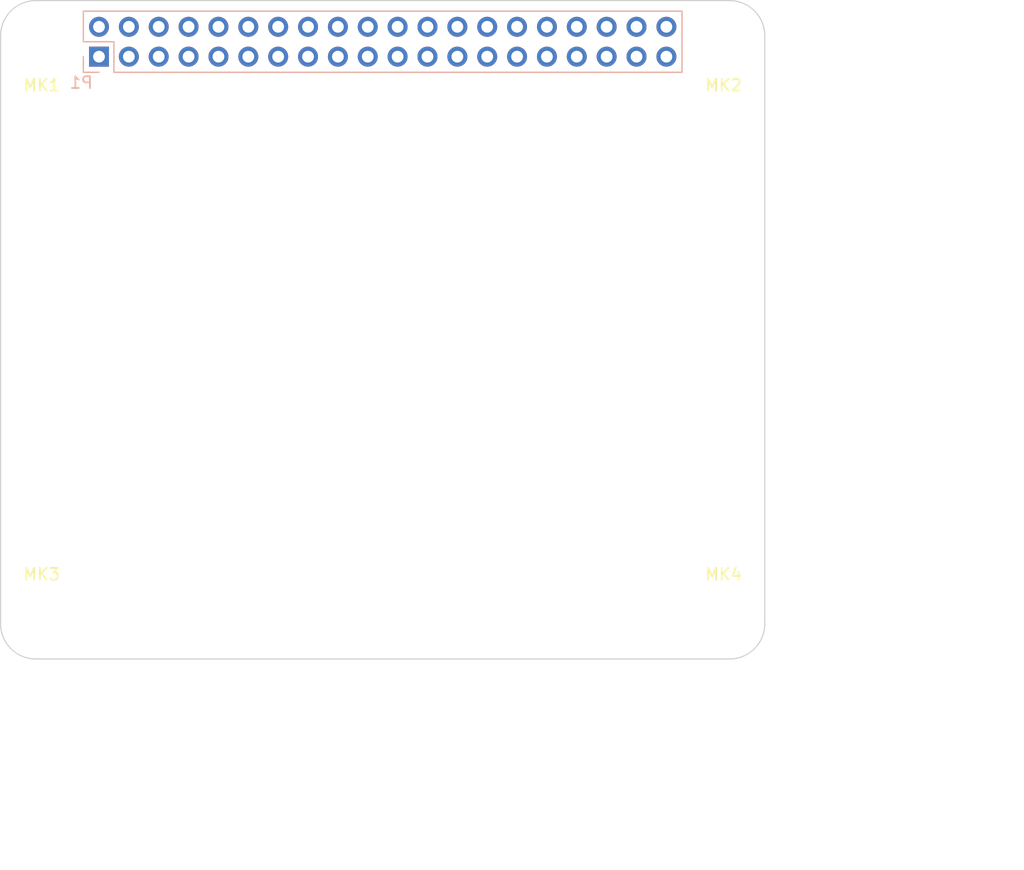
<source format=kicad_pcb>
(kicad_pcb (version 20171130) (host pcbnew 5.1.5-5.1.5)

  (general
    (thickness 1.6)
    (drawings 24)
    (tracks 0)
    (zones 0)
    (modules 5)
    (nets 32)
  )

  (page A3)
  (title_block
    (date "15 nov 2012")
  )

  (layers
    (0 F.Cu signal)
    (31 B.Cu signal)
    (32 B.Adhes user)
    (33 F.Adhes user)
    (34 B.Paste user)
    (35 F.Paste user)
    (36 B.SilkS user)
    (37 F.SilkS user)
    (38 B.Mask user)
    (39 F.Mask user)
    (40 Dwgs.User user)
    (41 Cmts.User user)
    (42 Eco1.User user)
    (43 Eco2.User user)
    (44 Edge.Cuts user)
  )

  (setup
    (last_trace_width 0.2)
    (trace_clearance 0.2)
    (zone_clearance 0.508)
    (zone_45_only no)
    (trace_min 0.1524)
    (via_size 0.9)
    (via_drill 0.6)
    (via_min_size 0.8)
    (via_min_drill 0.5)
    (uvia_size 0.5)
    (uvia_drill 0.1)
    (uvias_allowed no)
    (uvia_min_size 0.5)
    (uvia_min_drill 0.1)
    (edge_width 0.1)
    (segment_width 0.1)
    (pcb_text_width 0.3)
    (pcb_text_size 1 1)
    (mod_edge_width 0.15)
    (mod_text_size 1 1)
    (mod_text_width 0.15)
    (pad_size 2.5 2.5)
    (pad_drill 2.5)
    (pad_to_mask_clearance 0)
    (aux_axis_origin 200 150)
    (grid_origin 200 150)
    (visible_elements 7FFFFFFF)
    (pcbplotparams
      (layerselection 0x00030_80000001)
      (usegerberextensions true)
      (usegerberattributes false)
      (usegerberadvancedattributes false)
      (creategerberjobfile false)
      (excludeedgelayer true)
      (linewidth 0.150000)
      (plotframeref false)
      (viasonmask false)
      (mode 1)
      (useauxorigin false)
      (hpglpennumber 1)
      (hpglpenspeed 20)
      (hpglpendiameter 15.000000)
      (psnegative false)
      (psa4output false)
      (plotreference true)
      (plotvalue true)
      (plotinvisibletext false)
      (padsonsilk false)
      (subtractmaskfromsilk false)
      (outputformat 1)
      (mirror false)
      (drillshape 1)
      (scaleselection 1)
      (outputdirectory ""))
  )

  (net 0 "")
  (net 1 +3V3)
  (net 2 +5V)
  (net 3 GND)
  (net 4 /ID_SD)
  (net 5 /ID_SC)
  (net 6 /GPIO5)
  (net 7 /GPIO6)
  (net 8 /GPIO26)
  (net 9 "/GPIO2(SDA1)")
  (net 10 "/GPIO3(SCL1)")
  (net 11 "/GPIO4(GCLK)")
  (net 12 "/GPIO14(TXD0)")
  (net 13 "/GPIO15(RXD0)")
  (net 14 "/GPIO17(GEN0)")
  (net 15 "/GPIO27(GEN2)")
  (net 16 "/GPIO22(GEN3)")
  (net 17 "/GPIO23(GEN4)")
  (net 18 "/GPIO24(GEN5)")
  (net 19 "/GPIO25(GEN6)")
  (net 20 "/GPIO18(GEN1)(PWM0)")
  (net 21 "/GPIO10(SPI0_MOSI)")
  (net 22 "/GPIO9(SPI0_MISO)")
  (net 23 "/GPIO11(SPI0_SCK)")
  (net 24 "/GPIO8(SPI0_CE_N)")
  (net 25 "/GPIO7(SPI1_CE_N)")
  (net 26 "/GPIO12(PWM0)")
  (net 27 "/GPIO13(PWM1)")
  (net 28 "/GPIO19(SPI1_MISO)")
  (net 29 /GPIO16)
  (net 30 "/GPIO20(SPI1_MOSI)")
  (net 31 "/GPIO21(SPI1_SCK)")

  (net_class Default "This is the default net class."
    (clearance 0.2)
    (trace_width 0.2)
    (via_dia 0.9)
    (via_drill 0.6)
    (uvia_dia 0.5)
    (uvia_drill 0.1)
    (add_net +3V3)
    (add_net +5V)
    (add_net "/GPIO10(SPI0_MOSI)")
    (add_net "/GPIO11(SPI0_SCK)")
    (add_net "/GPIO12(PWM0)")
    (add_net "/GPIO13(PWM1)")
    (add_net "/GPIO14(TXD0)")
    (add_net "/GPIO15(RXD0)")
    (add_net /GPIO16)
    (add_net "/GPIO17(GEN0)")
    (add_net "/GPIO18(GEN1)(PWM0)")
    (add_net "/GPIO19(SPI1_MISO)")
    (add_net "/GPIO2(SDA1)")
    (add_net "/GPIO20(SPI1_MOSI)")
    (add_net "/GPIO21(SPI1_SCK)")
    (add_net "/GPIO22(GEN3)")
    (add_net "/GPIO23(GEN4)")
    (add_net "/GPIO24(GEN5)")
    (add_net "/GPIO25(GEN6)")
    (add_net /GPIO26)
    (add_net "/GPIO27(GEN2)")
    (add_net "/GPIO3(SCL1)")
    (add_net "/GPIO4(GCLK)")
    (add_net /GPIO5)
    (add_net /GPIO6)
    (add_net "/GPIO7(SPI1_CE_N)")
    (add_net "/GPIO8(SPI0_CE_N)")
    (add_net "/GPIO9(SPI0_MISO)")
    (add_net /ID_SC)
    (add_net /ID_SD)
    (add_net GND)
  )

  (net_class Power ""
    (clearance 0.2)
    (trace_width 0.5)
    (via_dia 1)
    (via_drill 0.7)
    (uvia_dia 0.5)
    (uvia_drill 0.1)
  )

  (module Connector_PinSocket_2.54mm:PinSocket_2x20_P2.54mm_Vertical (layer B.Cu) (tedit 5A19A433) (tstamp 5A793E9F)
    (at 208.37 98.77 270)
    (descr "Through hole straight socket strip, 2x20, 2.54mm pitch, double cols (from Kicad 4.0.7), script generated")
    (tags "Through hole socket strip THT 2x20 2.54mm double row")
    (path /59AD464A)
    (fp_text reference P1 (at 2.208 1.512) (layer B.SilkS)
      (effects (font (size 1 1) (thickness 0.15)) (justify mirror))
    )
    (fp_text value Conn_02x20_Odd_Even (at -1.27 -51.03 270) (layer B.Fab)
      (effects (font (size 1 1) (thickness 0.15)) (justify mirror))
    )
    (fp_line (start -3.81 1.27) (end 0.27 1.27) (layer B.Fab) (width 0.1))
    (fp_line (start 0.27 1.27) (end 1.27 0.27) (layer B.Fab) (width 0.1))
    (fp_line (start 1.27 0.27) (end 1.27 -49.53) (layer B.Fab) (width 0.1))
    (fp_line (start 1.27 -49.53) (end -3.81 -49.53) (layer B.Fab) (width 0.1))
    (fp_line (start -3.81 -49.53) (end -3.81 1.27) (layer B.Fab) (width 0.1))
    (fp_line (start -3.87 1.33) (end -1.27 1.33) (layer B.SilkS) (width 0.12))
    (fp_line (start -3.87 1.33) (end -3.87 -49.59) (layer B.SilkS) (width 0.12))
    (fp_line (start -3.87 -49.59) (end 1.33 -49.59) (layer B.SilkS) (width 0.12))
    (fp_line (start 1.33 -1.27) (end 1.33 -49.59) (layer B.SilkS) (width 0.12))
    (fp_line (start -1.27 -1.27) (end 1.33 -1.27) (layer B.SilkS) (width 0.12))
    (fp_line (start -1.27 1.33) (end -1.27 -1.27) (layer B.SilkS) (width 0.12))
    (fp_line (start 1.33 1.33) (end 1.33 0) (layer B.SilkS) (width 0.12))
    (fp_line (start 0 1.33) (end 1.33 1.33) (layer B.SilkS) (width 0.12))
    (fp_line (start -4.34 1.8) (end 1.76 1.8) (layer B.CrtYd) (width 0.05))
    (fp_line (start 1.76 1.8) (end 1.76 -50) (layer B.CrtYd) (width 0.05))
    (fp_line (start 1.76 -50) (end -4.34 -50) (layer B.CrtYd) (width 0.05))
    (fp_line (start -4.34 -50) (end -4.34 1.8) (layer B.CrtYd) (width 0.05))
    (fp_text user %R (at -1.27 -24.13 180) (layer B.Fab)
      (effects (font (size 1 1) (thickness 0.15)) (justify mirror))
    )
    (pad 1 thru_hole rect (at 0 0 270) (size 1.7 1.7) (drill 1) (layers *.Cu *.Mask)
      (net 1 +3V3))
    (pad 2 thru_hole oval (at -2.54 0 270) (size 1.7 1.7) (drill 1) (layers *.Cu *.Mask)
      (net 2 +5V))
    (pad 3 thru_hole oval (at 0 -2.54 270) (size 1.7 1.7) (drill 1) (layers *.Cu *.Mask)
      (net 9 "/GPIO2(SDA1)"))
    (pad 4 thru_hole oval (at -2.54 -2.54 270) (size 1.7 1.7) (drill 1) (layers *.Cu *.Mask)
      (net 2 +5V))
    (pad 5 thru_hole oval (at 0 -5.08 270) (size 1.7 1.7) (drill 1) (layers *.Cu *.Mask)
      (net 10 "/GPIO3(SCL1)"))
    (pad 6 thru_hole oval (at -2.54 -5.08 270) (size 1.7 1.7) (drill 1) (layers *.Cu *.Mask)
      (net 3 GND))
    (pad 7 thru_hole oval (at 0 -7.62 270) (size 1.7 1.7) (drill 1) (layers *.Cu *.Mask)
      (net 11 "/GPIO4(GCLK)"))
    (pad 8 thru_hole oval (at -2.54 -7.62 270) (size 1.7 1.7) (drill 1) (layers *.Cu *.Mask)
      (net 12 "/GPIO14(TXD0)"))
    (pad 9 thru_hole oval (at 0 -10.16 270) (size 1.7 1.7) (drill 1) (layers *.Cu *.Mask)
      (net 3 GND))
    (pad 10 thru_hole oval (at -2.54 -10.16 270) (size 1.7 1.7) (drill 1) (layers *.Cu *.Mask)
      (net 13 "/GPIO15(RXD0)"))
    (pad 11 thru_hole oval (at 0 -12.7 270) (size 1.7 1.7) (drill 1) (layers *.Cu *.Mask)
      (net 14 "/GPIO17(GEN0)"))
    (pad 12 thru_hole oval (at -2.54 -12.7 270) (size 1.7 1.7) (drill 1) (layers *.Cu *.Mask)
      (net 20 "/GPIO18(GEN1)(PWM0)"))
    (pad 13 thru_hole oval (at 0 -15.24 270) (size 1.7 1.7) (drill 1) (layers *.Cu *.Mask)
      (net 15 "/GPIO27(GEN2)"))
    (pad 14 thru_hole oval (at -2.54 -15.24 270) (size 1.7 1.7) (drill 1) (layers *.Cu *.Mask)
      (net 3 GND))
    (pad 15 thru_hole oval (at 0 -17.78 270) (size 1.7 1.7) (drill 1) (layers *.Cu *.Mask)
      (net 16 "/GPIO22(GEN3)"))
    (pad 16 thru_hole oval (at -2.54 -17.78 270) (size 1.7 1.7) (drill 1) (layers *.Cu *.Mask)
      (net 17 "/GPIO23(GEN4)"))
    (pad 17 thru_hole oval (at 0 -20.32 270) (size 1.7 1.7) (drill 1) (layers *.Cu *.Mask)
      (net 1 +3V3))
    (pad 18 thru_hole oval (at -2.54 -20.32 270) (size 1.7 1.7) (drill 1) (layers *.Cu *.Mask)
      (net 18 "/GPIO24(GEN5)"))
    (pad 19 thru_hole oval (at 0 -22.86 270) (size 1.7 1.7) (drill 1) (layers *.Cu *.Mask)
      (net 21 "/GPIO10(SPI0_MOSI)"))
    (pad 20 thru_hole oval (at -2.54 -22.86 270) (size 1.7 1.7) (drill 1) (layers *.Cu *.Mask)
      (net 3 GND))
    (pad 21 thru_hole oval (at 0 -25.4 270) (size 1.7 1.7) (drill 1) (layers *.Cu *.Mask)
      (net 22 "/GPIO9(SPI0_MISO)"))
    (pad 22 thru_hole oval (at -2.54 -25.4 270) (size 1.7 1.7) (drill 1) (layers *.Cu *.Mask)
      (net 19 "/GPIO25(GEN6)"))
    (pad 23 thru_hole oval (at 0 -27.94 270) (size 1.7 1.7) (drill 1) (layers *.Cu *.Mask)
      (net 23 "/GPIO11(SPI0_SCK)"))
    (pad 24 thru_hole oval (at -2.54 -27.94 270) (size 1.7 1.7) (drill 1) (layers *.Cu *.Mask)
      (net 24 "/GPIO8(SPI0_CE_N)"))
    (pad 25 thru_hole oval (at 0 -30.48 270) (size 1.7 1.7) (drill 1) (layers *.Cu *.Mask)
      (net 3 GND))
    (pad 26 thru_hole oval (at -2.54 -30.48 270) (size 1.7 1.7) (drill 1) (layers *.Cu *.Mask)
      (net 25 "/GPIO7(SPI1_CE_N)"))
    (pad 27 thru_hole oval (at 0 -33.02 270) (size 1.7 1.7) (drill 1) (layers *.Cu *.Mask)
      (net 4 /ID_SD))
    (pad 28 thru_hole oval (at -2.54 -33.02 270) (size 1.7 1.7) (drill 1) (layers *.Cu *.Mask)
      (net 5 /ID_SC))
    (pad 29 thru_hole oval (at 0 -35.56 270) (size 1.7 1.7) (drill 1) (layers *.Cu *.Mask)
      (net 6 /GPIO5))
    (pad 30 thru_hole oval (at -2.54 -35.56 270) (size 1.7 1.7) (drill 1) (layers *.Cu *.Mask)
      (net 3 GND))
    (pad 31 thru_hole oval (at 0 -38.1 270) (size 1.7 1.7) (drill 1) (layers *.Cu *.Mask)
      (net 7 /GPIO6))
    (pad 32 thru_hole oval (at -2.54 -38.1 270) (size 1.7 1.7) (drill 1) (layers *.Cu *.Mask)
      (net 26 "/GPIO12(PWM0)"))
    (pad 33 thru_hole oval (at 0 -40.64 270) (size 1.7 1.7) (drill 1) (layers *.Cu *.Mask)
      (net 27 "/GPIO13(PWM1)"))
    (pad 34 thru_hole oval (at -2.54 -40.64 270) (size 1.7 1.7) (drill 1) (layers *.Cu *.Mask)
      (net 3 GND))
    (pad 35 thru_hole oval (at 0 -43.18 270) (size 1.7 1.7) (drill 1) (layers *.Cu *.Mask)
      (net 28 "/GPIO19(SPI1_MISO)"))
    (pad 36 thru_hole oval (at -2.54 -43.18 270) (size 1.7 1.7) (drill 1) (layers *.Cu *.Mask)
      (net 29 /GPIO16))
    (pad 37 thru_hole oval (at 0 -45.72 270) (size 1.7 1.7) (drill 1) (layers *.Cu *.Mask)
      (net 8 /GPIO26))
    (pad 38 thru_hole oval (at -2.54 -45.72 270) (size 1.7 1.7) (drill 1) (layers *.Cu *.Mask)
      (net 30 "/GPIO20(SPI1_MOSI)"))
    (pad 39 thru_hole oval (at 0 -48.26 270) (size 1.7 1.7) (drill 1) (layers *.Cu *.Mask)
      (net 3 GND))
    (pad 40 thru_hole oval (at -2.54 -48.26 270) (size 1.7 1.7) (drill 1) (layers *.Cu *.Mask)
      (net 31 "/GPIO21(SPI1_SCK)"))
    (model ${KISYS3DMOD}/Connector_PinSocket_2.54mm.3dshapes/PinSocket_2x20_P2.54mm_Vertical.wrl
      (at (xyz 0 0 0))
      (scale (xyz 1 1 1))
      (rotate (xyz 0 0 0))
    )
  )

  (module MountingHole:MountingHole_2.7mm_M2.5 (layer F.Cu) (tedit 56D1B4CB) (tstamp 5A793E98)
    (at 261.5 146.5)
    (descr "Mounting Hole 2.7mm, no annular, M2.5")
    (tags "mounting hole 2.7mm no annular m2.5")
    (path /5834FC4F)
    (attr virtual)
    (fp_text reference MK4 (at 0 -3.7) (layer F.SilkS)
      (effects (font (size 1 1) (thickness 0.15)))
    )
    (fp_text value M2.5 (at 0 3.7) (layer F.Fab)
      (effects (font (size 1 1) (thickness 0.15)))
    )
    (fp_circle (center 0 0) (end 2.95 0) (layer F.CrtYd) (width 0.05))
    (fp_circle (center 0 0) (end 2.7 0) (layer Cmts.User) (width 0.15))
    (fp_text user %R (at 0.3 0) (layer F.Fab)
      (effects (font (size 1 1) (thickness 0.15)))
    )
    (pad 1 np_thru_hole circle (at 0 0) (size 2.7 2.7) (drill 2.7) (layers *.Cu *.Mask))
  )

  (module MountingHole:MountingHole_2.7mm_M2.5 (layer F.Cu) (tedit 56D1B4CB) (tstamp 5A793E91)
    (at 203.5 146.5)
    (descr "Mounting Hole 2.7mm, no annular, M2.5")
    (tags "mounting hole 2.7mm no annular m2.5")
    (path /5834FBEF)
    (attr virtual)
    (fp_text reference MK3 (at 0 -3.7) (layer F.SilkS)
      (effects (font (size 1 1) (thickness 0.15)))
    )
    (fp_text value M2.5 (at 0 3.7) (layer F.Fab)
      (effects (font (size 1 1) (thickness 0.15)))
    )
    (fp_text user %R (at 0.3 0) (layer F.Fab)
      (effects (font (size 1 1) (thickness 0.15)))
    )
    (fp_circle (center 0 0) (end 2.7 0) (layer Cmts.User) (width 0.15))
    (fp_circle (center 0 0) (end 2.95 0) (layer F.CrtYd) (width 0.05))
    (pad 1 np_thru_hole circle (at 0 0) (size 2.7 2.7) (drill 2.7) (layers *.Cu *.Mask))
  )

  (module MountingHole:MountingHole_2.7mm_M2.5 (layer F.Cu) (tedit 56D1B4CB) (tstamp 5A793E8A)
    (at 261.5 97.5 180)
    (descr "Mounting Hole 2.7mm, no annular, M2.5")
    (tags "mounting hole 2.7mm no annular m2.5")
    (path /5834FC19)
    (attr virtual)
    (fp_text reference MK2 (at 0 -3.7 180) (layer F.SilkS)
      (effects (font (size 1 1) (thickness 0.15)))
    )
    (fp_text value M2.5 (at 0 3.7 180) (layer F.Fab)
      (effects (font (size 1 1) (thickness 0.15)))
    )
    (fp_circle (center 0 0) (end 2.95 0) (layer F.CrtYd) (width 0.05))
    (fp_circle (center 0 0) (end 2.7 0) (layer Cmts.User) (width 0.15))
    (fp_text user %R (at 0.3 0 180) (layer F.Fab)
      (effects (font (size 1 1) (thickness 0.15)))
    )
    (pad 1 np_thru_hole circle (at 0 0 180) (size 2.7 2.7) (drill 2.7) (layers *.Cu *.Mask))
  )

  (module MountingHole:MountingHole_2.7mm_M2.5 (layer F.Cu) (tedit 56D1B4CB) (tstamp 5A793E83)
    (at 203.5 97.5 180)
    (descr "Mounting Hole 2.7mm, no annular, M2.5")
    (tags "mounting hole 2.7mm no annular m2.5")
    (path /5834FB2E)
    (attr virtual)
    (fp_text reference MK1 (at 0 -3.7 180) (layer F.SilkS)
      (effects (font (size 1 1) (thickness 0.15)))
    )
    (fp_text value M2.5 (at 0 3.7 180) (layer F.Fab)
      (effects (font (size 1 1) (thickness 0.15)))
    )
    (fp_text user %R (at 0.3 0 180) (layer F.Fab)
      (effects (font (size 1 1) (thickness 0.15)))
    )
    (fp_circle (center 0 0) (end 2.7 0) (layer Cmts.User) (width 0.15))
    (fp_circle (center 0 0) (end 2.95 0) (layer F.CrtYd) (width 0.05))
    (pad 1 np_thru_hole circle (at 0 0 180) (size 2.7 2.7) (drill 2.7) (layers *.Cu *.Mask))
  )

  (gr_line (start 200 97) (end 200 147) (layer Edge.Cuts) (width 0.1) (tstamp 5E32EB7A))
  (gr_text RJ45 (at 276.2 139.84) (layer Dwgs.User) (tstamp 580CBBEB)
    (effects (font (size 2 2) (thickness 0.15)))
  )
  (gr_text USB (at 277.724 121.552) (layer Dwgs.User) (tstamp 580CBBE9)
    (effects (font (size 2 2) (thickness 0.15)))
  )
  (gr_text USB (at 278.232 102.248) (layer Dwgs.User)
    (effects (font (size 2 2) (thickness 0.15)))
  )
  (gr_arc (start 262 97) (end 262 94) (angle 90) (layer Edge.Cuts) (width 0.1))
  (gr_arc (start 262 147) (end 265 147) (angle 90) (layer Edge.Cuts) (width 0.1))
  (gr_arc (start 203 147) (end 203 150) (angle 90) (layer Edge.Cuts) (width 0.1))
  (gr_arc (start 203 97) (end 200 97) (angle 90) (layer Edge.Cuts) (width 0.1))
  (gr_line (start 269.9 114.45) (end 287 114.45) (layer Dwgs.User) (width 0.1))
  (gr_line (start 262 94) (end 203 94) (layer Edge.Cuts) (width 0.1))
  (gr_line (start 269.9 127.55) (end 269.9 114.45) (layer Dwgs.User) (width 0.1))
  (gr_line (start 287 127.55) (end 269.9 127.55) (layer Dwgs.User) (width 0.1))
  (gr_line (start 287 114.45) (end 287 127.55) (layer Dwgs.User) (width 0.1))
  (gr_line (start 266 147.675) (end 266 131.825) (layer Dwgs.User) (width 0.1))
  (gr_line (start 287 147.675) (end 266 147.675) (layer Dwgs.User) (width 0.1))
  (gr_line (start 287 131.825) (end 287 147.675) (layer Dwgs.User) (width 0.1))
  (gr_line (start 266 131.825) (end 287 131.825) (layer Dwgs.User) (width 0.1))
  (gr_line (start 265 147) (end 265 97) (layer Edge.Cuts) (width 0.1))
  (gr_line (start 203 150) (end 262 150) (layer Edge.Cuts) (width 0.1))
  (gr_line (start 269.9 109.455925) (end 269.9 96.355925) (layer Dwgs.User) (width 0.1))
  (gr_line (start 287 109.455925) (end 269.9 109.455925) (layer Dwgs.User) (width 0.1))
  (gr_line (start 287 96.355925) (end 287 109.455925) (layer Dwgs.User) (width 0.1))
  (gr_line (start 269.9 96.355925) (end 287 96.355925) (layer Dwgs.User) (width 0.1))
  (gr_text "RASPBERRY-PI 40-PIN ADDON BOARD\nVIEW FROM TOP\nNOTE: P1 SHOULD BE FITTED ON THE REVERSE OF THE BOARD\n\nADD EDGE CUTS FROM CAMERA AND DISPLAY PORTS AS REQUIRED" (at 200 160.16) (layer Dwgs.User)
    (effects (font (size 2 1.7) (thickness 0.12)) (justify left))
  )

)

</source>
